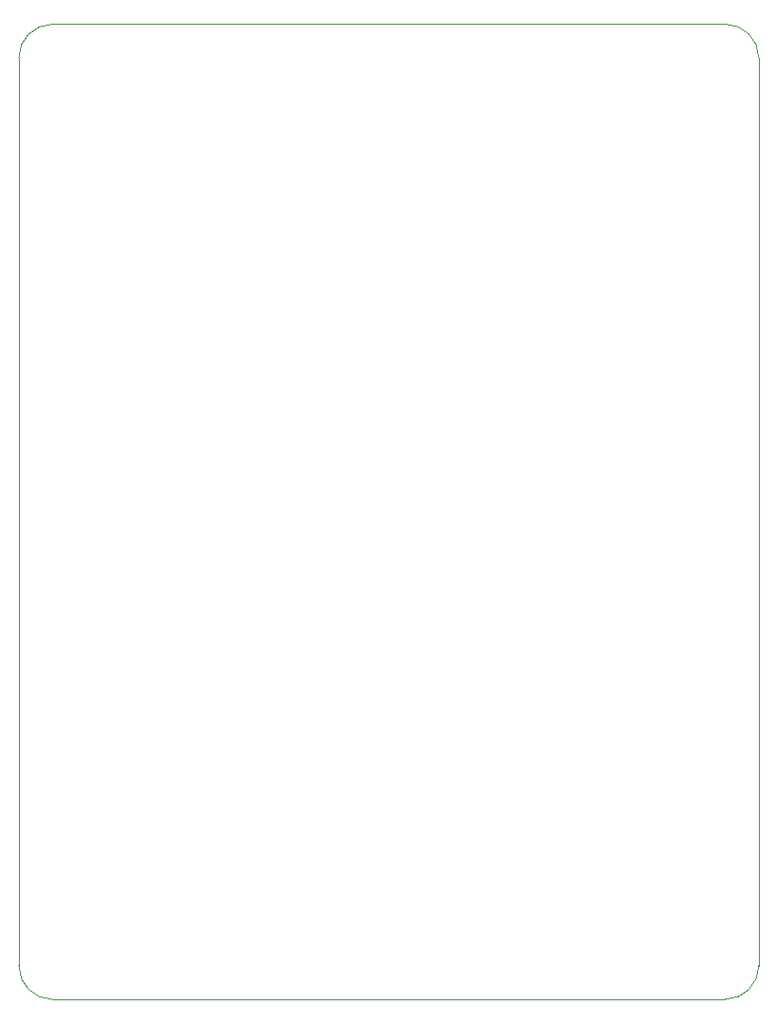
<source format=gbr>
%TF.GenerationSoftware,KiCad,Pcbnew,8.0.1*%
%TF.CreationDate,2024-04-18T08:39:36+09:00*%
%TF.ProjectId,F767ZI_header,46373637-5a49-45f6-9865-616465722e6b,rev?*%
%TF.SameCoordinates,Original*%
%TF.FileFunction,Profile,NP*%
%FSLAX46Y46*%
G04 Gerber Fmt 4.6, Leading zero omitted, Abs format (unit mm)*
G04 Created by KiCad (PCBNEW 8.0.1) date 2024-04-18 08:39:36*
%MOMM*%
%LPD*%
G01*
G04 APERTURE LIST*
%TA.AperFunction,Profile*%
%ADD10C,0.050000*%
%TD*%
G04 APERTURE END LIST*
D10*
X227330000Y-53165000D02*
X227330000Y-134160000D01*
X224330000Y-137160000D02*
X164290000Y-137160000D01*
X161290000Y-134160000D02*
X161290000Y-53165000D01*
X164290000Y-50165000D02*
X224330000Y-50165000D01*
X227330000Y-134160000D02*
G75*
G02*
X224330000Y-137160000I-3000000J0D01*
G01*
X164290000Y-137160000D02*
G75*
G02*
X161290000Y-134160000I0J3000000D01*
G01*
X224330000Y-50165000D02*
G75*
G02*
X227330000Y-53165000I0J-3000000D01*
G01*
X161290000Y-53165000D02*
G75*
G02*
X164290000Y-50165000I3000000J0D01*
G01*
M02*

</source>
